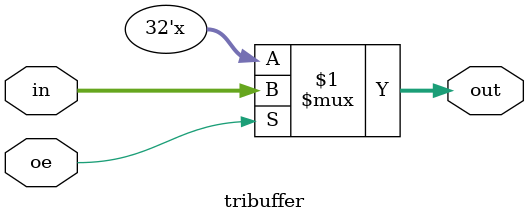
<source format=v>
module tribuffer(output[31:0] out, input[31:0] in, input oe);
    assign out = oe ? in : 32'bzzzzzzzzzzzzzzzzzzzzzzzzzzzzzzzz;
endmodule
</source>
